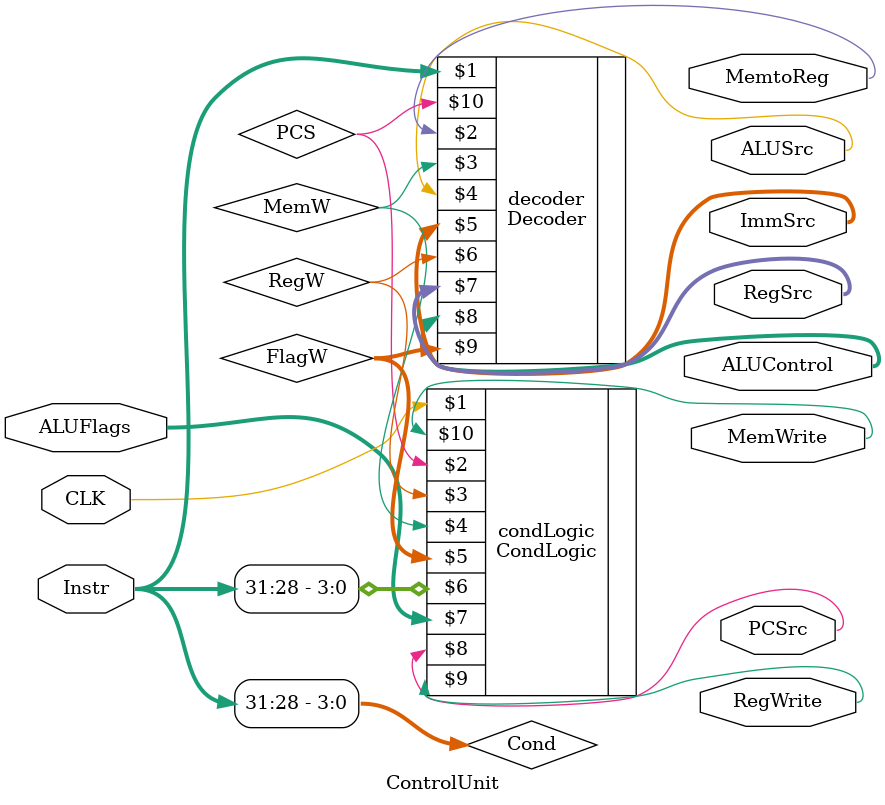
<source format=v>
`include "Decoder.v"
`include "CondLogic.v"

module ControlUnit(
    input [31:0] Instr,
    input [3:0] ALUFlags,
    input CLK,

    output MemtoReg,
    output MemWrite,
    output ALUSrc,
    output [1:0] ImmSrc,
    output RegWrite,
    output [1:0] RegSrc,
    output [2:0] ALUControl,
    output PCSrc);

  wire [3:0] Cond = Instr[31:28];
  wire PCS, RegW, MemW;
  wire [1:0] FlagW;


  CondLogic condLogic(
              CLK,
              PCS,
              RegW,
              MemW,
              FlagW,
              Cond,
              ALUFlags,

              PCSrc,
              RegWrite,
              MemWrite);

  Decoder decoder(
            Instr,

            MemtoReg,
            MemW,
            ALUSrc,
            ImmSrc,
            RegW,
            RegSrc,
            ALUControl,
            FlagW,
            PCS);

endmodule

</source>
